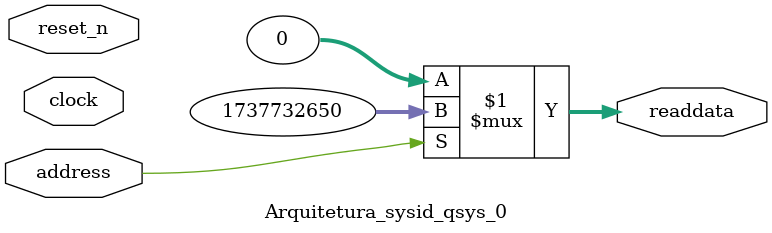
<source format=v>



// synthesis translate_off
`timescale 1ns / 1ps
// synthesis translate_on

// turn off superfluous verilog processor warnings 
// altera message_level Level1 
// altera message_off 10034 10035 10036 10037 10230 10240 10030 

module Arquitetura_sysid_qsys_0 (
               // inputs:
                address,
                clock,
                reset_n,

               // outputs:
                readdata
             )
;

  output  [ 31: 0] readdata;
  input            address;
  input            clock;
  input            reset_n;

  wire    [ 31: 0] readdata;
  //control_slave, which is an e_avalon_slave
  assign readdata = address ? 1737732650 : 0;

endmodule



</source>
